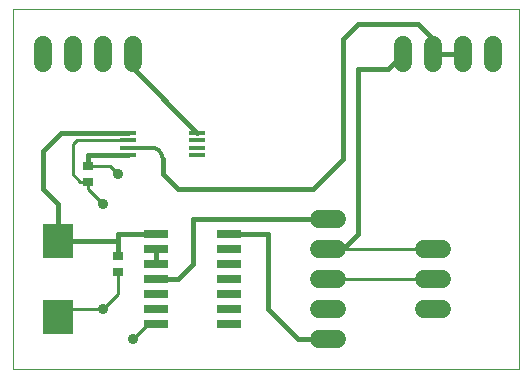
<source format=gtl>
G75*
G70*
%OFA0B0*%
%FSLAX24Y24*%
%IPPOS*%
%LPD*%
%AMOC8*
5,1,8,0,0,1.08239X$1,22.5*
%
%ADD10C,0.0000*%
%ADD11R,0.0800X0.0260*%
%ADD12C,0.0600*%
%ADD13R,0.0354X0.0276*%
%ADD14R,0.0984X0.1142*%
%ADD15R,0.0580X0.0140*%
%ADD16C,0.0160*%
%ADD17C,0.0100*%
%ADD18C,0.0356*%
%ADD19C,0.0120*%
D10*
X000267Y000150D02*
X000267Y012146D01*
X017137Y012146D01*
X017137Y000150D01*
X000267Y000150D01*
D11*
X005057Y001650D03*
X005057Y002150D03*
X005057Y002650D03*
X005057Y003150D03*
X005057Y003650D03*
X005057Y004150D03*
X005057Y004650D03*
X007477Y004650D03*
X007477Y004150D03*
X007477Y003650D03*
X007477Y003150D03*
X007477Y002650D03*
X007477Y002150D03*
X007477Y001650D03*
D12*
X010467Y001150D02*
X011067Y001150D01*
X011067Y002150D02*
X010467Y002150D01*
X010467Y003150D02*
X011067Y003150D01*
X011067Y004150D02*
X010467Y004150D01*
X010467Y005150D02*
X011067Y005150D01*
X013967Y004150D02*
X014567Y004150D01*
X014567Y003150D02*
X013967Y003150D01*
X013967Y002150D02*
X014567Y002150D01*
X014267Y010350D02*
X014267Y010950D01*
X013267Y010950D02*
X013267Y010350D01*
X015267Y010350D02*
X015267Y010950D01*
X016267Y010950D02*
X016267Y010350D01*
X004267Y010350D02*
X004267Y010950D01*
X003267Y010950D02*
X003267Y010350D01*
X002267Y010350D02*
X002267Y010950D01*
X001267Y010950D02*
X001267Y010350D01*
D13*
X002767Y006906D03*
X002767Y006394D03*
X003767Y003906D03*
X003767Y003394D03*
D14*
X001767Y004430D03*
X001767Y001870D03*
D15*
X004117Y007270D03*
X004117Y007520D03*
X004117Y007780D03*
X004117Y008030D03*
X006417Y008030D03*
X006417Y007780D03*
X006417Y007520D03*
X006417Y007270D03*
D16*
X006417Y008030D02*
X004267Y010180D01*
X004267Y010650D01*
X004117Y008030D02*
X001887Y008030D01*
X001267Y007410D01*
X001267Y006150D01*
X001767Y005650D01*
X001767Y004430D01*
X001487Y004430D01*
X001767Y004430D02*
X003767Y004430D01*
X003767Y004650D01*
X005057Y004650D01*
X005057Y004150D02*
X005057Y003650D01*
X005057Y003150D02*
X005767Y003150D01*
X006267Y003650D01*
X006267Y005150D01*
X010767Y005150D01*
X011767Y004650D02*
X011767Y010150D01*
X012767Y010150D01*
X013267Y010650D01*
X014267Y010650D02*
X015267Y010650D01*
X014267Y010650D02*
X014267Y011150D01*
X013767Y011650D01*
X011767Y011650D01*
X011267Y011150D01*
X011267Y007150D01*
X010267Y006150D01*
X005767Y006150D01*
X005267Y006650D01*
X005267Y007150D01*
X004117Y007270D02*
X002767Y007270D01*
X002767Y006906D01*
X003767Y004430D02*
X003767Y003906D01*
X007477Y004650D02*
X008767Y004650D01*
X008767Y002150D01*
X009767Y001150D01*
X010767Y001150D01*
X010767Y004150D02*
X011267Y004150D01*
X011767Y004650D01*
D17*
X011267Y004150D02*
X014267Y004150D01*
X014267Y003150D02*
X010767Y003150D01*
X005057Y001650D02*
X004767Y001650D01*
X004267Y001150D01*
X003267Y002150D02*
X003767Y002650D01*
X003767Y003394D01*
X003267Y002150D02*
X002046Y002150D01*
X001767Y001870D01*
X003267Y005650D02*
X002767Y006150D01*
X002767Y006394D01*
X002523Y006394D01*
X002267Y006650D01*
X002267Y007650D01*
X002397Y007780D01*
X004117Y007780D01*
X003511Y006906D02*
X003767Y006650D01*
X003511Y006906D02*
X002767Y006906D01*
D18*
X003767Y006650D03*
X003267Y005650D03*
X003267Y002150D03*
X004267Y001150D03*
D19*
X005267Y007150D02*
X005265Y007186D01*
X005260Y007222D01*
X005251Y007257D01*
X005239Y007292D01*
X005223Y007324D01*
X005205Y007356D01*
X005183Y007385D01*
X005159Y007412D01*
X005132Y007436D01*
X005103Y007458D01*
X005071Y007476D01*
X005039Y007492D01*
X005004Y007504D01*
X004969Y007513D01*
X004933Y007518D01*
X004897Y007520D01*
X004117Y007520D01*
M02*

</source>
